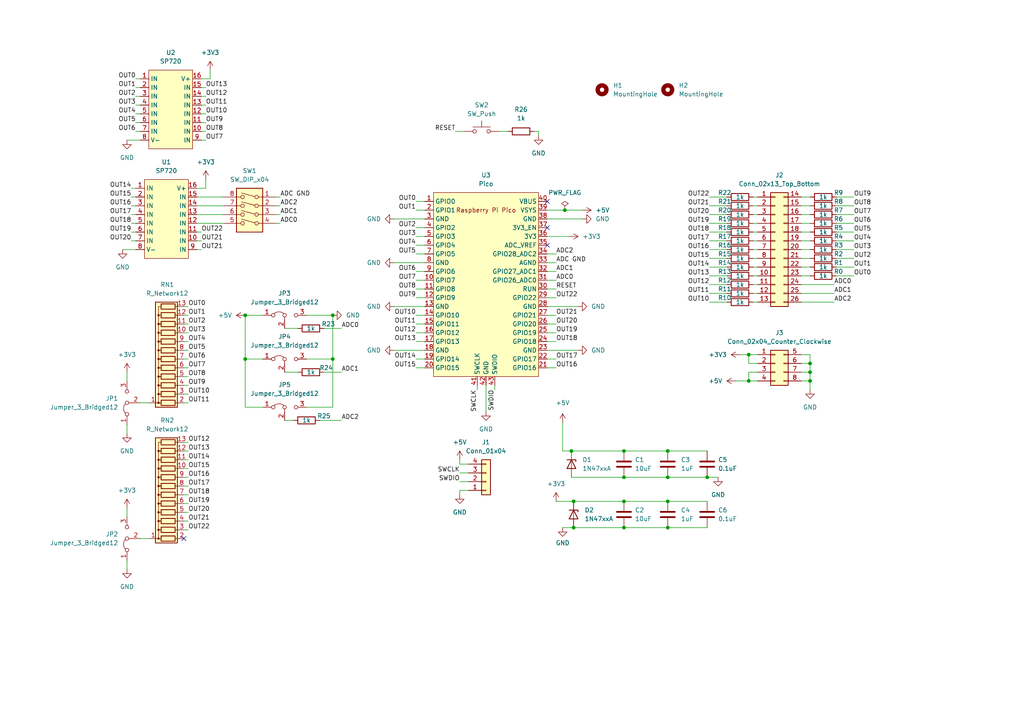
<source format=kicad_sch>
(kicad_sch (version 20211123) (generator eeschema)
  (paper "A4")
  (lib_symbols
    (symbol "Connector_Generic:Conn_01x04" (pin_names (offset 1.016) hide)
      (property "Reference" "J" (at 0 5.08 0))
      (property "Value" "Conn_01x04" (at 0 -7.62 0))
      (symbol "Conn_01x04_1_1"
        (pin passive line (at -5.08 2.54 0) (length 3.81) (name "Pin_1") (number "1"))
        (pin passive line (at -5.08 0 0) (length 3.81) (name "Pin_2") (number "2"))
        (pin passive line (at -5.08 -2.54 0) (length 3.81) (name "Pin_3") (number "3"))
        (pin passive line (at -5.08 -5.08 0) (length 3.81) (name "Pin_4") (number "4"))
      )
    )
    (symbol "Connector_Generic:Conn_02x04_Top_Bottom" (pin_names (offset 1.016) hide)
      (property "Reference" "J" (at 1.27 5.08 0))
      (property "Value" "Conn_02x04_Top_Bottom" (at 1.27 -7.62 0))
      (symbol "Conn_02x04_Top_Bottom_1_1"
        (pin passive line (at -5.08 2.54 0) (length 3.81) (name "Pin_1") (number "1"))
        (pin passive line (at -5.08 0 0) (length 3.81) (name "Pin_2") (number "2"))
        (pin passive line (at -5.08 -2.54 0) (length 3.81) (name "Pin_3") (number "3"))
        (pin passive line (at -5.08 -5.08 0) (length 3.81) (name "Pin_4") (number "4"))
        (pin passive line (at 7.62 2.54 180) (length 3.81) (name "Pin_5") (number "5"))
        (pin passive line (at 7.62 0 180) (length 3.81) (name "Pin_6") (number "6"))
        (pin passive line (at 7.62 -2.54 180) (length 3.81) (name "Pin_7") (number "7"))
        (pin passive line (at 7.62 -5.08 180) (length 3.81) (name "Pin_8") (number "8"))
      )
    )
    (symbol "Connector_Generic:Conn_02x13_Top_Bottom" (pin_names (offset 1.016) hide)
      (property "Reference" "J" (at 1.27 17.78 0))
      (property "Value" "Conn_02x13_Top_Bottom" (at 1.27 -17.78 0))
      (symbol "Conn_02x13_Top_Bottom_1_1"
        (pin passive line (at -5.08 15.24 0) (length 3.81) (name "Pin_1") (number "1"))
        (pin passive line (at -5.08 -7.62 0) (length 3.81) (name "Pin_10") (number "10"))
        (pin passive line (at -5.08 -10.16 0) (length 3.81) (name "Pin_11") (number "11"))
        (pin passive line (at -5.08 -12.7 0) (length 3.81) (name "Pin_12") (number "12"))
        (pin passive line (at -5.08 -15.24 0) (length 3.81) (name "Pin_13") (number "13"))
        (pin passive line (at 7.62 15.24 180) (length 3.81) (name "Pin_14") (number "14"))
        (pin passive line (at 7.62 12.7 180) (length 3.81) (name "Pin_15") (number "15"))
        (pin passive line (at 7.62 10.16 180) (length 3.81) (name "Pin_16") (number "16"))
        (pin passive line (at 7.62 7.62 180) (length 3.81) (name "Pin_17") (number "17"))
        (pin passive line (at 7.62 5.08 180) (length 3.81) (name "Pin_18") (number "18"))
        (pin passive line (at 7.62 2.54 180) (length 3.81) (name "Pin_19") (number "19"))
        (pin passive line (at -5.08 12.7 0) (length 3.81) (name "Pin_2") (number "2"))
        (pin passive line (at 7.62 0 180) (length 3.81) (name "Pin_20") (number "20"))
        (pin passive line (at 7.62 -2.54 180) (length 3.81) (name "Pin_21") (number "21"))
        (pin passive line (at 7.62 -5.08 180) (length 3.81) (name "Pin_22") (number "22"))
        (pin passive line (at 7.62 -7.62 180) (length 3.81) (name "Pin_23") (number "23"))
        (pin passive line (at 7.62 -10.16 180) (length 3.81) (name "Pin_24") (number "24"))
        (pin passive line (at 7.62 -12.7 180) (length 3.81) (name "Pin_25") (number "25"))
        (pin passive line (at 7.62 -15.24 180) (length 3.81) (name "Pin_26") (number "26"))
        (pin passive line (at -5.08 10.16 0) (length 3.81) (name "Pin_3") (number "3"))
        (pin passive line (at -5.08 7.62 0) (length 3.81) (name "Pin_4") (number "4"))
        (pin passive line (at -5.08 5.08 0) (length 3.81) (name "Pin_5") (number "5"))
        (pin passive line (at -5.08 2.54 0) (length 3.81) (name "Pin_6") (number "6"))
        (pin passive line (at -5.08 0 0) (length 3.81) (name "Pin_7") (number "7"))
        (pin passive line (at -5.08 -2.54 0) (length 3.81) (name "Pin_8") (number "8"))
        (pin passive line (at -5.08 -5.08 0) (length 3.81) (name "Pin_9") (number "9"))
      )
    )
    (symbol "Device:C" (pin_numbers hide) (pin_names (offset 0.254))
      (property "Reference" "C" (at 0.635 2.54 0))
      (property "Value" "C" (at 0.635 -2.54 0))
      (symbol "C_1_1"
        (pin passive line (at 0 3.81 270) (length 2.794) (name "~") (number "1"))
        (pin passive line (at 0 -3.81 90) (length 2.794) (name "~") (number "2"))
      )
    )
    (symbol "Device:R" (pin_numbers hide) (pin_names (offset 0))
      (property "Reference" "R" (at 2.032 0 90))
      (property "Value" "R" (at 0 0 90))
      (symbol "R_1_1"
        (pin passive line (at 0 3.81 270) (length 1.27) (name "~") (number "1"))
        (pin passive line (at 0 -3.81 90) (length 1.27) (name "~") (number "2"))
      )
    )
    (symbol "Device:R_Network12" (pin_names (offset 0) hide)
      (property "Reference" "RN" (at -17.78 0 90))
      (property "Value" "R_Network12" (at 15.24 0 90))
      (symbol "R_Network12_1_1"
        (pin passive line (at -15.24 5.08 270) (length 2.54) (name "common") (number "1"))
        (pin passive line (at 5.08 -5.08 90) (length 1.27) (name "R9") (number "10"))
        (pin passive line (at 7.62 -5.08 90) (length 1.27) (name "R10") (number "11"))
        (pin passive line (at 10.16 -5.08 90) (length 1.27) (name "R11") (number "12"))
        (pin passive line (at 12.7 -5.08 90) (length 1.27) (name "R12") (number "13"))
        (pin passive line (at -15.24 -5.08 90) (length 1.27) (name "R1") (number "2"))
        (pin passive line (at -12.7 -5.08 90) (length 1.27) (name "R2") (number "3"))
        (pin passive line (at -10.16 -5.08 90) (length 1.27) (name "R3") (number "4"))
        (pin passive line (at -7.62 -5.08 90) (length 1.27) (name "R4") (number "5"))
        (pin passive line (at -5.08 -5.08 90) (length 1.27) (name "R5") (number "6"))
        (pin passive line (at -2.54 -5.08 90) (length 1.27) (name "R6") (number "7"))
        (pin passive line (at 0 -5.08 90) (length 1.27) (name "R7") (number "8"))
        (pin passive line (at 2.54 -5.08 90) (length 1.27) (name "R8") (number "9"))
      )
    )
    (symbol "Diode:1N47xxA" (pin_numbers hide) (pin_names hide)
      (property "Reference" "D" (at 0 2.54 0))
      (property "Value" "1N47xxA" (at 0 -2.54 0))
      (symbol "1N47xxA_1_1"
        (pin passive line (at -3.81 0 0) (length 2.54) (name "K") (number "1"))
        (pin passive line (at 3.81 0 180) (length 2.54) (name "A") (number "2"))
      )
    )
    (symbol "Jumper:Jumper_3_Bridged12" (pin_names (offset 0) hide)
      (property "Reference" "JP" (at -2.54 -2.54 0))
      (property "Value" "Jumper_3_Bridged12" (at 0 2.794 0))
      (symbol "Jumper_3_Bridged12_1_1"
        (pin passive line (at -6.35 0 0) (length 2.54) (name "A") (number "1"))
        (pin passive line (at 0 -3.81 90) (length 2.54) (name "C") (number "2"))
        (pin passive line (at 6.35 0 180) (length 2.54) (name "B") (number "3"))
      )
    )
    (symbol "MCU_RaspberryPi_and_Boards:Pico"
      (property "Reference" "U" (at -13.97 27.94 0))
      (property "Value" "Pico" (at 0 19.05 0))
      (symbol "Pico_0_0"
        (text "Raspberry Pi Pico" (at 0 21.59 0) (effects (font (size 1.27 1.27))))
      )
      (symbol "Pico_1_1"
        (pin bidirectional line (at -17.78 24.13 0) (length 2.54) (name "GPIO0") (number "1"))
        (pin bidirectional line (at -17.78 1.27 0) (length 2.54) (name "GPIO7") (number "10"))
        (pin bidirectional line (at -17.78 -1.27 0) (length 2.54) (name "GPIO8") (number "11"))
        (pin bidirectional line (at -17.78 -3.81 0) (length 2.54) (name "GPIO9") (number "12"))
        (pin power_in line (at -17.78 -6.35 0) (length 2.54) (name "GND") (number "13"))
        (pin bidirectional line (at -17.78 -8.89 0) (length 2.54) (name "GPIO10") (number "14"))
        (pin bidirectional line (at -17.78 -11.43 0) (length 2.54) (name "GPIO11") (number "15"))
        (pin bidirectional line (at -17.78 -13.97 0) (length 2.54) (name "GPIO12") (number "16"))
        (pin bidirectional line (at -17.78 -16.51 0) (length 2.54) (name "GPIO13") (number "17"))
        (pin power_in line (at -17.78 -19.05 0) (length 2.54) (name "GND") (number "18"))
        (pin bidirectional line (at -17.78 -21.59 0) (length 2.54) (name "GPIO14") (number "19"))
        (pin bidirectional line (at -17.78 21.59 0) (length 2.54) (name "GPIO1") (number "2"))
        (pin bidirectional line (at -17.78 -24.13 0) (length 2.54) (name "GPIO15") (number "20"))
        (pin bidirectional line (at 17.78 -24.13 180) (length 2.54) (name "GPIO16") (number "21"))
        (pin bidirectional line (at 17.78 -21.59 180) (length 2.54) (name "GPIO17") (number "22"))
        (pin power_in line (at 17.78 -19.05 180) (length 2.54) (name "GND") (number "23"))
        (pin bidirectional line (at 17.78 -16.51 180) (length 2.54) (name "GPIO18") (number "24"))
        (pin bidirectional line (at 17.78 -13.97 180) (length 2.54) (name "GPIO19") (number "25"))
        (pin bidirectional line (at 17.78 -11.43 180) (length 2.54) (name "GPIO20") (number "26"))
        (pin bidirectional line (at 17.78 -8.89 180) (length 2.54) (name "GPIO21") (number "27"))
        (pin power_in line (at 17.78 -6.35 180) (length 2.54) (name "GND") (number "28"))
        (pin bidirectional line (at 17.78 -3.81 180) (length 2.54) (name "GPIO22") (number "29"))
        (pin power_in line (at -17.78 19.05 0) (length 2.54) (name "GND") (number "3"))
        (pin input line (at 17.78 -1.27 180) (length 2.54) (name "RUN") (number "30"))
        (pin bidirectional line (at 17.78 1.27 180) (length 2.54) (name "GPIO26_ADC0") (number "31"))
        (pin bidirectional line (at 17.78 3.81 180) (length 2.54) (name "GPIO27_ADC1") (number "32"))
        (pin power_in line (at 17.78 6.35 180) (length 2.54) (name "AGND") (number "33"))
        (pin bidirectional line (at 17.78 8.89 180) (length 2.54) (name "GPIO28_ADC2") (number "34"))
        (pin power_in line (at 17.78 11.43 180) (length 2.54) (name "ADC_VREF") (number "35"))
        (pin power_in line (at 17.78 13.97 180) (length 2.54) (name "3V3") (number "36"))
        (pin input line (at 17.78 16.51 180) (length 2.54) (name "3V3_EN") (number "37"))
        (pin bidirectional line (at 17.78 19.05 180) (length 2.54) (name "GND") (number "38"))
        (pin power_in line (at 17.78 21.59 180) (length 2.54) (name "VSYS") (number "39"))
        (pin bidirectional line (at -17.78 16.51 0) (length 2.54) (name "GPIO2") (number "4"))
        (pin power_in line (at 17.78 24.13 180) (length 2.54) (name "VBUS") (number "40"))
        (pin input line (at -2.54 -29.21 90) (length 2.54) (name "SWCLK") (number "41"))
        (pin power_in line (at 0 -29.21 90) (length 2.54) (name "GND") (number "42"))
        (pin bidirectional line (at 2.54 -29.21 90) (length 2.54) (name "SWDIO") (number "43"))
        (pin bidirectional line (at -17.78 13.97 0) (length 2.54) (name "GPIO3") (number "5"))
        (pin bidirectional line (at -17.78 11.43 0) (length 2.54) (name "GPIO4") (number "6"))
        (pin bidirectional line (at -17.78 8.89 0) (length 2.54) (name "GPIO5") (number "7"))
        (pin power_in line (at -17.78 6.35 0) (length 2.54) (name "GND") (number "8"))
        (pin bidirectional line (at -17.78 3.81 0) (length 2.54) (name "GPIO6") (number "9"))
      )
    )
    (symbol "Mechanical:MountingHole" (pin_names (offset 1.016))
      (property "Reference" "H" (at 0 5.08 0))
      (property "Value" "MountingHole" (at 0 3.175 0))
    )
    (symbol "SP720:SP720"
      (property "Reference" "U" (at 0 8.89 0))
      (property "Value" "SP720" (at 0 6.35 0))
      (symbol "SP720_1_1"
        (pin input line (at -8.89 -1.27 0) (length 2.54) (name "IN") (number "1"))
        (pin input line (at 8.89 -16.51 180) (length 2.54) (name "IN") (number "10"))
        (pin input line (at 8.89 -13.97 180) (length 2.54) (name "IN") (number "11"))
        (pin input line (at 8.89 -11.43 180) (length 2.54) (name "IN") (number "12"))
        (pin input line (at 8.89 -8.89 180) (length 2.54) (name "IN") (number "13"))
        (pin input line (at 8.89 -6.35 180) (length 2.54) (name "IN") (number "14"))
        (pin input line (at 8.89 -3.81 180) (length 2.54) (name "IN") (number "15"))
        (pin power_in line (at 8.89 -1.27 180) (length 2.54) (name "V+") (number "16"))
        (pin input line (at -8.89 -3.81 0) (length 2.54) (name "IN") (number "2"))
        (pin input line (at -8.89 -6.35 0) (length 2.54) (name "IN") (number "3"))
        (pin input line (at -8.89 -8.89 0) (length 2.54) (name "IN") (number "4"))
        (pin input line (at -8.89 -11.43 0) (length 2.54) (name "IN") (number "5"))
        (pin input line (at -8.89 -13.97 0) (length 2.54) (name "IN") (number "6"))
        (pin input line (at -8.89 -16.51 0) (length 2.54) (name "IN") (number "7"))
        (pin power_in line (at -8.89 -19.05 0) (length 2.54) (name "V-") (number "8"))
        (pin input line (at 8.89 -19.05 180) (length 2.54) (name "IN") (number "9"))
      )
    )
    (symbol "Switch:SW_DIP_x04" (pin_names (offset 0) hide)
      (property "Reference" "SW" (at 0 8.89 0))
      (property "Value" "SW_DIP_x04" (at 0 -6.35 0))
      (symbol "SW_DIP_x04_1_1"
        (pin passive line (at -7.62 5.08 0) (length 5.08) (name "~") (number "1"))
        (pin passive line (at -7.62 2.54 0) (length 5.08) (name "~") (number "2"))
        (pin passive line (at -7.62 0 0) (length 5.08) (name "~") (number "3"))
        (pin passive line (at -7.62 -2.54 0) (length 5.08) (name "~") (number "4"))
        (pin passive line (at 7.62 -2.54 180) (length 5.08) (name "~") (number "5"))
        (pin passive line (at 7.62 0 180) (length 5.08) (name "~") (number "6"))
        (pin passive line (at 7.62 2.54 180) (length 5.08) (name "~") (number "7"))
        (pin passive line (at 7.62 5.08 180) (length 5.08) (name "~") (number "8"))
      )
    )
    (symbol "Switch:SW_Push" (pin_numbers hide) (pin_names (offset 1.016) hide)
      (property "Reference" "SW" (at 1.27 2.54 0))
      (property "Value" "SW_Push" (at 0 -1.524 0))
      (symbol "SW_Push_0_1"
        (pin passive line (at -5.08 0 0) (length 2.54) (name "1") (number "1"))
        (pin passive line (at 5.08 0 180) (length 2.54) (name "2") (number "2"))
      )
    )
    (symbol "power:+3.3V" (power) (pin_names (offset 0))
      (property "Value" "+3.3V" (at 0 3.556 0))
      (symbol "+3.3V_1_1"
        (pin power_in line (at 0 0 90) (length 0) hide (name "+3V3") (number "1"))
      )
    )
    (symbol "power:+5V" (power) (pin_names (offset 0))
      (property "Value" "+5V" (at 0 3.556 0))
      (symbol "+5V_1_1"
        (pin power_in line (at 0 0 90) (length 0) hide (name "+5V") (number "1"))
      )
    )
    (symbol "power:GND" (power) (pin_names (offset 0))
      (property "Value" "GND" (at 0 -3.81 0))
      (symbol "GND_1_1"
        (pin power_in line (at 0 0 270) (length 0) hide (name "GND") (number "1"))
      )
    )
    (symbol "power:PWR_FLAG" (power) (pin_numbers hide) (pin_names (offset 0) hide)
      (property "Value" "PWR_FLAG" (at 0 3.81 0))
      (symbol "PWR_FLAG_0_0"
        (pin power_out line (at 0 0 90) (length 0) (name "pwr") (number "1"))
      )
    )
  )
  (junction (at 193.675 153.035))
  (junction (at 180.975 138.43))
  (junction (at 234.95 105.41))
  (junction (at 165.735 130.81))
  (junction (at 205.105 138.43))
  (junction (at 180.975 153.035))
  (junction (at 166.37 145.415))
  (junction (at 166.37 153.035))
  (junction (at 193.675 138.43))
  (junction (at 96.52 91.44))
  (junction (at 234.95 110.49))
  (junction (at 180.975 130.81))
  (junction (at 71.12 91.44))
  (junction (at 217.17 110.49))
  (junction (at 96.52 104.14))
  (junction (at 180.975 145.415))
  (junction (at 193.675 145.415))
  (junction (at 234.95 107.95))
  (junction (at 71.12 104.14))
  (junction (at 163.83 60.96))
  (junction (at 217.17 102.87))
  (junction (at 193.675 130.81))
  (no_connect (at 158.75 58.42))
  (no_connect (at 53.34 156.21))
  (no_connect (at 158.75 71.12))
  (no_connect (at 158.75 66.04))
  (wire (pts (xy 219.71 107.95) (xy 217.17 107.95)))
  (wire (pts (xy 232.41 82.55) (xy 241.935 82.55)))
  (wire (pts (xy 219.71 105.41) (xy 217.17 105.41)))
  (wire (pts (xy 53.34 135.89) (xy 54.61 135.89)))
  (wire (pts (xy 120.65 81.28) (xy 123.19 81.28)))
  (wire (pts (xy 205.74 80.01) (xy 210.82 80.01)))
  (wire (pts (xy 38.1 64.77) (xy 39.37 64.77)))
  (wire (pts (xy 93.98 107.95) (xy 99.06 107.95)))
  (wire (pts (xy 57.15 62.23) (xy 64.77 62.23)))
  (wire (pts (xy 242.57 74.93) (xy 247.65 74.93)))
  (wire (pts (xy 218.44 72.39) (xy 219.71 72.39)))
  (wire (pts (xy 120.65 58.42) (xy 123.19 58.42)))
  (wire (pts (xy 120.65 78.74) (xy 123.19 78.74)))
  (wire (pts (xy 218.44 57.15) (xy 219.71 57.15)))
  (wire (pts (xy 163.195 122.555) (xy 163.195 130.81)))
  (wire (pts (xy 232.41 62.23) (xy 234.95 62.23)))
  (wire (pts (xy 232.41 102.87) (xy 234.95 102.87)))
  (wire (pts (xy 232.41 57.15) (xy 234.95 57.15)))
  (wire (pts (xy 82.55 121.92) (xy 85.09 121.92)))
  (wire (pts (xy 158.75 93.98) (xy 161.29 93.98)))
  (wire (pts (xy 158.75 63.5) (xy 168.91 63.5)))
  (wire (pts (xy 218.44 87.63) (xy 219.71 87.63)))
  (wire (pts (xy 53.34 111.76) (xy 54.61 111.76)))
  (wire (pts (xy 80.01 64.77) (xy 81.28 64.77)))
  (wire (pts (xy 217.17 110.49) (xy 219.71 110.49)))
  (wire (pts (xy 58.42 30.48) (xy 59.69 30.48)))
  (wire (pts (xy 58.42 40.64) (xy 59.69 40.64)))
  (wire (pts (xy 154.94 38.1) (xy 156.21 38.1)))
  (wire (pts (xy 120.65 91.44) (xy 123.19 91.44)))
  (wire (pts (xy 53.34 140.97) (xy 54.61 140.97)))
  (wire (pts (xy 242.57 69.85) (xy 247.65 69.85)))
  (wire (pts (xy 143.51 111.76) (xy 143.51 113.03)))
  (wire (pts (xy 158.75 83.82) (xy 161.29 83.82)))
  (wire (pts (xy 180.975 130.81) (xy 165.735 130.81)))
  (wire (pts (xy 232.41 59.69) (xy 234.95 59.69)))
  (wire (pts (xy 158.75 104.14) (xy 161.29 104.14)))
  (wire (pts (xy 39.37 38.1) (xy 40.64 38.1)))
  (wire (pts (xy 53.34 153.67) (xy 54.61 153.67)))
  (wire (pts (xy 53.34 106.68) (xy 54.61 106.68)))
  (wire (pts (xy 132.08 38.1) (xy 134.62 38.1)))
  (wire (pts (xy 205.74 74.93) (xy 210.82 74.93)))
  (wire (pts (xy 205.74 77.47) (xy 210.82 77.47)))
  (wire (pts (xy 36.83 107.95) (xy 36.83 110.49)))
  (wire (pts (xy 53.34 128.27) (xy 54.61 128.27)))
  (wire (pts (xy 114.3 101.6) (xy 123.19 101.6)))
  (wire (pts (xy 53.34 96.52) (xy 54.61 96.52)))
  (wire (pts (xy 217.17 107.95) (xy 217.17 110.49)))
  (wire (pts (xy 39.37 35.56) (xy 40.64 35.56)))
  (wire (pts (xy 133.35 142.24) (xy 135.89 142.24)))
  (wire (pts (xy 38.1 54.61) (xy 39.37 54.61)))
  (wire (pts (xy 114.3 76.2) (xy 123.19 76.2)))
  (wire (pts (xy 114.3 88.9) (xy 123.19 88.9)))
  (wire (pts (xy 36.83 162.56) (xy 36.83 165.1)))
  (wire (pts (xy 218.44 74.93) (xy 219.71 74.93)))
  (wire (pts (xy 57.15 72.39) (xy 58.42 72.39)))
  (wire (pts (xy 218.44 77.47) (xy 219.71 77.47)))
  (wire (pts (xy 242.57 80.01) (xy 247.65 80.01)))
  (wire (pts (xy 205.74 69.85) (xy 210.82 69.85)))
  (wire (pts (xy 38.1 57.15) (xy 39.37 57.15)))
  (wire (pts (xy 144.78 38.1) (xy 147.32 38.1)))
  (wire (pts (xy 135.89 134.62) (xy 133.35 134.62)))
  (wire (pts (xy 161.29 145.415) (xy 166.37 145.415)))
  (wire (pts (xy 58.42 35.56) (xy 59.69 35.56)))
  (wire (pts (xy 193.675 153.035) (xy 205.105 153.035)))
  (wire (pts (xy 163.195 153.035) (xy 166.37 153.035)))
  (wire (pts (xy 156.21 38.1) (xy 156.21 39.37)))
  (wire (pts (xy 53.34 148.59) (xy 54.61 148.59)))
  (wire (pts (xy 53.34 109.22) (xy 54.61 109.22)))
  (wire (pts (xy 40.64 156.21) (xy 43.18 156.21)))
  (wire (pts (xy 58.42 25.4) (xy 59.69 25.4)))
  (wire (pts (xy 57.15 59.69) (xy 64.77 59.69)))
  (wire (pts (xy 180.975 138.43) (xy 193.675 138.43)))
  (wire (pts (xy 96.52 91.44) (xy 96.52 104.14)))
  (wire (pts (xy 242.57 77.47) (xy 247.65 77.47)))
  (wire (pts (xy 71.12 118.11) (xy 76.2 118.11)))
  (wire (pts (xy 120.65 106.68) (xy 123.19 106.68)))
  (wire (pts (xy 232.41 64.77) (xy 234.95 64.77)))
  (wire (pts (xy 247.65 62.23) (xy 242.57 62.23)))
  (wire (pts (xy 218.44 67.31) (xy 219.71 67.31)))
  (wire (pts (xy 158.75 60.96) (xy 163.83 60.96)))
  (wire (pts (xy 120.65 60.96) (xy 123.19 60.96)))
  (wire (pts (xy 205.105 130.81) (xy 193.675 130.81)))
  (wire (pts (xy 39.37 25.4) (xy 40.64 25.4)))
  (wire (pts (xy 80.01 57.15) (xy 81.28 57.15)))
  (wire (pts (xy 38.1 69.85) (xy 39.37 69.85)))
  (wire (pts (xy 247.65 57.15) (xy 242.57 57.15)))
  (wire (pts (xy 247.65 59.69) (xy 242.57 59.69)))
  (wire (pts (xy 53.34 114.3) (xy 54.61 114.3)))
  (wire (pts (xy 38.1 62.23) (xy 39.37 62.23)))
  (wire (pts (xy 218.44 80.01) (xy 219.71 80.01)))
  (wire (pts (xy 88.9 104.14) (xy 96.52 104.14)))
  (wire (pts (xy 88.9 91.44) (xy 96.52 91.44)))
  (wire (pts (xy 120.65 71.12) (xy 123.19 71.12)))
  (wire (pts (xy 234.95 102.87) (xy 234.95 105.41)))
  (wire (pts (xy 158.75 106.68) (xy 161.29 106.68)))
  (wire (pts (xy 93.98 95.25) (xy 99.06 95.25)))
  (wire (pts (xy 205.74 72.39) (xy 210.82 72.39)))
  (wire (pts (xy 140.97 111.76) (xy 140.97 119.38)))
  (wire (pts (xy 193.675 130.81) (xy 180.975 130.81)))
  (wire (pts (xy 158.75 91.44) (xy 161.29 91.44)))
  (wire (pts (xy 234.95 105.41) (xy 234.95 107.95)))
  (wire (pts (xy 96.52 104.14) (xy 96.52 118.11)))
  (wire (pts (xy 158.75 78.74) (xy 161.29 78.74)))
  (wire (pts (xy 205.105 138.43) (xy 208.28 138.43)))
  (wire (pts (xy 205.74 67.31) (xy 210.82 67.31)))
  (wire (pts (xy 232.41 85.09) (xy 241.935 85.09)))
  (wire (pts (xy 57.15 69.85) (xy 58.42 69.85)))
  (wire (pts (xy 213.36 110.49) (xy 217.17 110.49)))
  (wire (pts (xy 232.41 107.95) (xy 234.95 107.95)))
  (wire (pts (xy 193.675 138.43) (xy 205.105 138.43)))
  (wire (pts (xy 232.41 74.93) (xy 234.95 74.93)))
  (wire (pts (xy 120.65 83.82) (xy 123.19 83.82)))
  (wire (pts (xy 217.17 102.87) (xy 219.71 102.87)))
  (wire (pts (xy 38.1 59.69) (xy 39.37 59.69)))
  (wire (pts (xy 218.44 59.69) (xy 219.71 59.69)))
  (wire (pts (xy 214.63 102.87) (xy 217.17 102.87)))
  (wire (pts (xy 39.37 33.02) (xy 40.64 33.02)))
  (wire (pts (xy 180.975 145.415) (xy 193.675 145.415)))
  (wire (pts (xy 120.65 73.66) (xy 123.19 73.66)))
  (wire (pts (xy 120.65 68.58) (xy 123.19 68.58)))
  (wire (pts (xy 53.34 138.43) (xy 54.61 138.43)))
  (wire (pts (xy 205.74 87.63) (xy 210.82 87.63)))
  (wire (pts (xy 158.75 81.28) (xy 161.29 81.28)))
  (wire (pts (xy 57.15 54.61) (xy 59.69 54.61)))
  (wire (pts (xy 232.41 77.47) (xy 234.95 77.47)))
  (wire (pts (xy 247.65 67.31) (xy 242.57 67.31)))
  (wire (pts (xy 71.12 91.44) (xy 71.12 104.14)))
  (wire (pts (xy 36.83 40.64) (xy 40.64 40.64)))
  (wire (pts (xy 218.44 85.09) (xy 219.71 85.09)))
  (wire (pts (xy 53.34 99.06) (xy 54.61 99.06)))
  (wire (pts (xy 82.55 107.95) (xy 86.36 107.95)))
  (wire (pts (xy 218.44 82.55) (xy 219.71 82.55)))
  (wire (pts (xy 80.01 62.23) (xy 81.28 62.23)))
  (wire (pts (xy 158.75 101.6) (xy 167.64 101.6)))
  (wire (pts (xy 114.3 63.5) (xy 123.19 63.5)))
  (wire (pts (xy 158.75 68.58) (xy 165.1 68.58)))
  (wire (pts (xy 242.57 72.39) (xy 247.65 72.39)))
  (wire (pts (xy 120.65 99.06) (xy 123.19 99.06)))
  (wire (pts (xy 205.74 64.77) (xy 210.82 64.77)))
  (wire (pts (xy 133.35 134.62) (xy 133.35 133.35)))
  (wire (pts (xy 36.83 123.19) (xy 36.83 125.73)))
  (wire (pts (xy 205.74 57.15) (xy 210.82 57.15)))
  (wire (pts (xy 158.75 86.36) (xy 161.29 86.36)))
  (wire (pts (xy 166.37 153.035) (xy 180.975 153.035)))
  (wire (pts (xy 166.37 145.415) (xy 180.975 145.415)))
  (wire (pts (xy 120.65 104.14) (xy 123.19 104.14)))
  (wire (pts (xy 120.65 96.52) (xy 123.19 96.52)))
  (wire (pts (xy 38.1 67.31) (xy 39.37 67.31)))
  (wire (pts (xy 180.975 153.035) (xy 193.675 153.035)))
  (wire (pts (xy 57.15 64.77) (xy 64.77 64.77)))
  (wire (pts (xy 232.41 110.49) (xy 234.95 110.49)))
  (wire (pts (xy 92.71 121.92) (xy 99.06 121.92)))
  (wire (pts (xy 193.675 145.415) (xy 205.105 145.415)))
  (wire (pts (xy 120.65 86.36) (xy 123.19 86.36)))
  (wire (pts (xy 58.42 27.94) (xy 59.69 27.94)))
  (wire (pts (xy 234.95 110.49) (xy 234.95 113.03)))
  (wire (pts (xy 232.41 80.01) (xy 234.95 80.01)))
  (wire (pts (xy 53.34 130.81) (xy 54.61 130.81)))
  (wire (pts (xy 158.75 73.66) (xy 161.29 73.66)))
  (wire (pts (xy 120.65 93.98) (xy 123.19 93.98)))
  (wire (pts (xy 133.35 137.16) (xy 135.89 137.16)))
  (wire (pts (xy 218.44 64.77) (xy 219.71 64.77)))
  (wire (pts (xy 138.43 111.76) (xy 138.43 113.03)))
  (wire (pts (xy 218.44 62.23) (xy 219.71 62.23)))
  (wire (pts (xy 39.37 22.86) (xy 40.64 22.86)))
  (wire (pts (xy 232.41 72.39) (xy 234.95 72.39)))
  (wire (pts (xy 53.34 93.98) (xy 54.61 93.98)))
  (wire (pts (xy 82.55 95.25) (xy 86.36 95.25)))
  (wire (pts (xy 247.65 64.77) (xy 242.57 64.77)))
  (wire (pts (xy 163.195 130.81) (xy 165.735 130.81)))
  (wire (pts (xy 120.65 66.04) (xy 123.19 66.04)))
  (wire (pts (xy 88.9 118.11) (xy 96.52 118.11)))
  (wire (pts (xy 35.56 72.39) (xy 39.37 72.39)))
  (wire (pts (xy 58.42 33.02) (xy 59.69 33.02)))
  (wire (pts (xy 205.74 82.55) (xy 210.82 82.55)))
  (wire (pts (xy 59.69 54.61) (xy 59.69 52.07)))
  (wire (pts (xy 165.735 138.43) (xy 180.975 138.43)))
  (wire (pts (xy 232.41 69.85) (xy 234.95 69.85)))
  (wire (pts (xy 158.75 99.06) (xy 161.29 99.06)))
  (wire (pts (xy 218.44 69.85) (xy 219.71 69.85)))
  (wire (pts (xy 39.37 30.48) (xy 40.64 30.48)))
  (wire (pts (xy 71.12 104.14) (xy 71.12 118.11)))
  (wire (pts (xy 217.17 105.41) (xy 217.17 102.87)))
  (wire (pts (xy 53.34 151.13) (xy 54.61 151.13)))
  (wire (pts (xy 232.41 87.63) (xy 241.935 87.63)))
  (wire (pts (xy 234.95 107.95) (xy 234.95 110.49)))
  (wire (pts (xy 53.34 146.05) (xy 54.61 146.05)))
  (wire (pts (xy 232.41 105.41) (xy 234.95 105.41)))
  (wire (pts (xy 58.42 22.86) (xy 60.96 22.86)))
  (wire (pts (xy 133.35 142.24) (xy 133.35 143.51)))
  (wire (pts (xy 158.75 96.52) (xy 161.29 96.52)))
  (wire (pts (xy 53.34 116.84) (xy 54.61 116.84)))
  (wire (pts (xy 58.42 38.1) (xy 59.69 38.1)))
  (wire (pts (xy 53.34 91.44) (xy 54.61 91.44)))
  (wire (pts (xy 53.34 133.35) (xy 54.61 133.35)))
  (wire (pts (xy 158.75 76.2) (xy 161.29 76.2)))
  (wire (pts (xy 39.37 27.94) (xy 40.64 27.94)))
  (wire (pts (xy 133.35 139.7) (xy 135.89 139.7)))
  (wire (pts (xy 53.34 88.9) (xy 54.61 88.9)))
  (wire (pts (xy 53.34 101.6) (xy 54.61 101.6)))
  (wire (pts (xy 57.15 57.15) (xy 64.77 57.15)))
  (wire (pts (xy 53.34 104.14) (xy 54.61 104.14)))
  (wire (pts (xy 71.12 104.14) (xy 76.2 104.14)))
  (wire (pts (xy 163.83 60.96) (xy 168.91 60.96)))
  (wire (pts (xy 232.41 67.31) (xy 234.95 67.31)))
  (wire (pts (xy 36.83 147.32) (xy 36.83 149.86)))
  (wire (pts (xy 71.12 91.44) (xy 76.2 91.44)))
  (wire (pts (xy 40.64 116.84) (xy 43.18 116.84)))
  (wire (pts (xy 53.34 143.51) (xy 54.61 143.51)))
  (wire (pts (xy 205.74 59.69) (xy 210.82 59.69)))
  (wire (pts (xy 80.01 59.69) (xy 81.28 59.69)))
  (wire (pts (xy 60.96 22.86) (xy 60.96 20.32)))
  (wire (pts (xy 205.74 62.23) (xy 210.82 62.23)))
  (wire (pts (xy 57.15 67.31) (xy 58.42 67.31)))
  (wire (pts (xy 205.74 85.09) (xy 210.82 85.09)))
  (wire (pts (xy 158.75 88.9) (xy 167.64 88.9)))
  (label "OUT13" (at 59.69 25.4 0))
  (label "OUT16" (at 38.1 59.69 180))
  (label "OUT0" (at 54.61 88.9 0))
  (label "OUT12" (at 54.61 128.27 0))
  (label "ADC1" (at 99.06 107.95 0))
  (label "SWDIO" (at 133.35 139.7 180))
  (label "OUT8" (at 59.69 38.1 0))
  (label "OUT6" (at 54.61 104.14 0))
  (label "OUT11" (at 54.61 116.84 0))
  (label "OUT18" (at 54.61 143.51 0))
  (label "OUT22" (at 205.74 57.15 180))
  (label "OUT19" (at 54.61 146.05 0))
  (label "ADC1" (at 81.28 62.23 0))
  (label "SWCLK" (at 138.43 113.03 270))
  (label "OUT19" (at 161.29 96.52 0))
  (label "OUT12" (at 59.69 27.94 0))
  (label "OUT2" (at 54.61 93.98 0))
  (label "OUT4" (at 247.65 69.85 0))
  (label "OUT4" (at 39.37 33.02 180))
  (label "OUT9" (at 59.69 35.56 0))
  (label "OUT15" (at 54.61 135.89 0))
  (label "OUT2" (at 39.37 27.94 180))
  (label "ADC1" (at 161.29 78.74 0))
  (label "SWCLK" (at 133.35 137.16 180))
  (label "OUT3" (at 120.65 68.58 180))
  (label "OUT21" (at 58.42 72.39 0))
  (label "OUT17" (at 161.29 104.14 0))
  (label "OUT9" (at 54.61 111.76 0))
  (label "OUT13" (at 120.65 99.06 180))
  (label "OUT17" (at 38.1 62.23 180))
  (label "OUT12" (at 205.74 82.55 180))
  (label "OUT13" (at 205.74 80.01 180))
  (label "OUT14" (at 38.1 54.61 180))
  (label "OUT1" (at 54.61 91.44 0))
  (label "OUT5" (at 39.37 35.56 180))
  (label "OUT17" (at 205.74 69.85 180))
  (label "ADC GND" (at 161.29 76.2 0))
  (label "OUT7" (at 120.65 81.28 180))
  (label "OUT20" (at 38.1 69.85 180))
  (label "OUT16" (at 161.29 106.68 0))
  (label "OUT5" (at 247.65 67.31 0))
  (label "OUT1" (at 247.65 77.47 0))
  (label "OUT3" (at 39.37 30.48 180))
  (label "OUT3" (at 247.65 72.39 0))
  (label "ADC2" (at 99.06 121.92 0))
  (label "OUT9" (at 247.65 57.15 0))
  (label "OUT15" (at 205.74 74.93 180))
  (label "OUT17" (at 54.61 140.97 0))
  (label "OUT21" (at 205.74 59.69 180))
  (label "OUT0" (at 120.65 58.42 180))
  (label "ADC GND" (at 81.28 57.15 0))
  (label "ADC0" (at 99.06 95.25 0))
  (label "OUT22" (at 161.29 86.36 0))
  (label "OUT16" (at 54.61 138.43 0))
  (label "OUT12" (at 120.65 96.52 180))
  (label "OUT15" (at 38.1 57.15 180))
  (label "ADC1" (at 241.935 85.09 0))
  (label "OUT8" (at 120.65 83.82 180))
  (label "OUT3" (at 54.61 96.52 0))
  (label "OUT22" (at 54.61 153.67 0))
  (label "OUT5" (at 120.65 73.66 180))
  (label "ADC0" (at 241.935 82.55 0))
  (label "OUT21" (at 54.61 151.13 0))
  (label "OUT1" (at 39.37 25.4 180))
  (label "OUT4" (at 54.61 99.06 0))
  (label "OUT14" (at 205.74 77.47 180))
  (label "OUT11" (at 59.69 30.48 0))
  (label "OUT6" (at 39.37 38.1 180))
  (label "OUT14" (at 54.61 133.35 0))
  (label "RESET" (at 161.29 83.82 0))
  (label "OUT7" (at 59.69 40.64 0))
  (label "ADC2" (at 81.28 59.69 0))
  (label "OUT22" (at 58.42 67.31 0))
  (label "ADC2" (at 161.29 73.66 0))
  (label "OUT20" (at 161.29 93.98 0))
  (label "OUT18" (at 161.29 99.06 0))
  (label "OUT13" (at 54.61 130.81 0))
  (label "OUT10" (at 120.65 91.44 180))
  (label "OUT15" (at 120.65 106.68 180))
  (label "OUT20" (at 54.61 148.59 0))
  (label "OUT18" (at 205.74 67.31 180))
  (label "OUT1" (at 120.65 60.96 180))
  (label "OUT0" (at 247.65 80.01 0))
  (label "OUT20" (at 205.74 62.23 180))
  (label "OUT19" (at 38.1 67.31 180))
  (label "OUT6" (at 247.65 64.77 0))
  (label "OUT11" (at 120.65 93.98 180))
  (label "OUT8" (at 54.61 109.22 0))
  (label "OUT11" (at 205.74 85.09 180))
  (label "OUT9" (at 120.65 86.36 180))
  (label "SWDIO" (at 143.51 113.03 270))
  (label "OUT6" (at 120.65 78.74 180))
  (label "OUT8" (at 247.65 59.69 0))
  (label "OUT10" (at 54.61 114.3 0))
  (label "RESET" (at 132.08 38.1 180))
  (label "OUT5" (at 54.61 101.6 0))
  (label "OUT21" (at 58.42 69.85 0))
  (label "OUT7" (at 247.65 62.23 0))
  (label "OUT4" (at 120.65 71.12 180))
  (label "OUT16" (at 205.74 72.39 180))
  (label "OUT18" (at 38.1 64.77 180))
  (label "ADC0" (at 81.28 64.77 0))
  (label "OUT19" (at 205.74 64.77 180))
  (label "OUT2" (at 247.65 74.93 0))
  (label "ADC2" (at 241.935 87.63 0))
  (label "ADC0" (at 161.29 81.28 0))
  (label "OUT2" (at 120.65 66.04 180))
  (label "OUT7" (at 54.61 106.68 0))
  (label "OUT14" (at 120.65 104.14 180))
  (label "OUT10" (at 205.74 87.63 180))
  (label "OUT21" (at 161.29 91.44 0))
  (label "OUT10" (at 59.69 33.02 0))
  (label "OUT0" (at 39.37 22.86 180))
  (symbol (lib_id "Device:R") (at 238.76 80.01 90) (unit 1)
    (property "Reference" "R0" (at 243.205 78.74 90))
    (property "Value" "1k" (at 238.76 80.01 90))
    (property "Footprint" "Resistor_THT:R_Axial_DIN0204_L3.6mm_D1.6mm_P5.08mm_Horizontal" (effects hide))
  )
  (symbol (lib_id "Switch:SW_DIP_x04") (at 72.39 62.23 0) (mirror y) (unit 1)
    (property "Reference" "SW1" (at 72.39 49.53 0))
    (property "Value" "SW_DIP_x04" (at 72.39 52.07 0))
    (property "Footprint" "Package_DIP:DIP-8_W7.62mm" (effects hide))
  )
  (symbol (lib_id "Device:R") (at 90.17 95.25 90) (unit 1)
    (property "Reference" "R23" (at 95.25 93.98 90))
    (property "Value" "1k" (at 90.17 95.25 90))
    (property "Footprint" "Resistor_THT:R_Axial_DIN0204_L3.6mm_D1.6mm_P5.08mm_Horizontal" (effects hide))
  )
  (symbol (lib_id "power:GND") (at 140.97 119.38 0) (unit 1)
    (property "Reference" "#PWR017" (effects hide))
    (property "Value" "GND" (at 140.97 124.46 0))
  )
  (symbol (lib_id "power:GND") (at 163.195 153.035 0) (unit 1)
    (property "Reference" "#PWR032" (effects hide))
    (property "Value" "GND" (at 163.195 157.48 0))
  )
  (symbol (lib_id "power:GND") (at 35.56 72.39 0) (unit 1)
    (property "Reference" "#PWR01" (effects hide))
    (property "Value" "GND" (at 35.56 77.47 0))
  )
  (symbol (lib_id "Device:R") (at 214.63 57.15 90) (unit 1)
    (property "Reference" "R22" (at 210.185 55.88 90))
    (property "Value" "1k" (at 214.63 57.15 90))
    (property "Footprint" "Resistor_THT:R_Axial_DIN0204_L3.6mm_D1.6mm_P5.08mm_Horizontal" (effects hide))
  )
  (symbol (lib_id "Device:R") (at 214.63 82.55 90) (unit 1)
    (property "Reference" "R12" (at 210.185 81.28 90))
    (property "Value" "1k" (at 214.63 82.55 90))
    (property "Footprint" "Resistor_THT:R_Axial_DIN0204_L3.6mm_D1.6mm_P5.08mm_Horizontal" (effects hide))
  )
  (symbol (lib_id "Mechanical:MountingHole") (at 174.625 26.035 0) (unit 1)
    (property "Reference" "H1" (at 177.8 24.7649 0) (effects (justify left)))
    (property "Value" "MountingHole" (at 177.8 27.3049 0) (effects (justify left)))
    (property "Footprint" "MountingHole:MountingHole_3.2mm_M3_DIN965" (effects hide))
  )
  (symbol (lib_id "Connector_Generic:Conn_02x04_Top_Bottom") (at 224.79 105.41 0) (unit 1)
    (property "Reference" "J3" (at 226.06 96.52 0))
    (property "Value" "Conn_02x04_Counter_Clockwise" (at 226.06 99.06 0))
    (property "Footprint" "Connector_PinHeader_2.54mm:PinHeader_2x04_P2.54mm_Horizontal" (effects hide))
  )
  (symbol (lib_id "Device:R") (at 238.76 67.31 90) (unit 1)
    (property "Reference" "R5" (at 243.205 66.04 90))
    (property "Value" "1k" (at 238.76 67.31 90))
    (property "Footprint" "Resistor_THT:R_Axial_DIN0204_L3.6mm_D1.6mm_P5.08mm_Horizontal" (effects hide))
  )
  (symbol (lib_id "Jumper:Jumper_3_Bridged12") (at 36.83 116.84 90) (unit 1)
    (property "Reference" "JP1" (at 34.29 115.5699 90) (effects (justify left)))
    (property "Value" "Jumper_3_Bridged12" (at 34.29 118.1099 90) (effects (justify left)))
    (property "Footprint" "Connector_PinHeader_2.54mm:PinHeader_1x03_P2.54mm_Vertical" (effects hide))
  )
  (symbol (lib_id "power:+3.3V") (at 36.83 107.95 0) (unit 1)
    (property "Reference" "#PWR03" (effects hide))
    (property "Value" "+3.3V" (at 36.83 102.87 0))
  )
  (symbol (lib_id "Diode:1N47xxA") (at 165.735 134.62 270) (unit 1)
    (property "Reference" "D1" (at 168.91 133.3499 90) (effects (justify left)))
    (property "Value" "1N47xxA" (at 168.91 135.8899 90) (effects (justify left)))
    (property "Footprint" "Diode_THT:D_DO-41_SOD81_P10.16mm_Horizontal" (effects hide))
    (property "Datasheet" "https://www.vishay.com/docs/85816/1n4728a.pdf" (effects hide))
  )
  (symbol (lib_id "Device:R") (at 214.63 64.77 90) (unit 1)
    (property "Reference" "R19" (at 210.185 63.5 90))
    (property "Value" "1k" (at 214.63 64.77 90))
    (property "Footprint" "Resistor_THT:R_Axial_DIN0204_L3.6mm_D1.6mm_P5.08mm_Horizontal" (effects hide))
  )
  (symbol (lib_id "Device:R") (at 238.76 64.77 90) (unit 1)
    (property "Reference" "R6" (at 243.205 63.5 90))
    (property "Value" "1k" (at 238.76 64.77 90))
    (property "Footprint" "Resistor_THT:R_Axial_DIN0204_L3.6mm_D1.6mm_P5.08mm_Horizontal" (effects hide))
  )
  (symbol (lib_id "Connector_Generic:Conn_01x04") (at 140.97 139.7 0) (mirror x) (unit 1)
    (property "Reference" "J1" (at 140.97 128.27 0))
    (property "Value" "Conn_01x04" (at 140.97 130.81 0))
    (property "Footprint" "Connector_PinHeader_2.54mm:PinHeader_1x04_P2.54mm_Horizontal" (effects hide))
  )
  (symbol (lib_id "Device:R") (at 238.76 69.85 90) (unit 1)
    (property "Reference" "R4" (at 243.205 68.58 90))
    (property "Value" "1k" (at 238.76 69.85 90))
    (property "Footprint" "Resistor_THT:R_Axial_DIN0204_L3.6mm_D1.6mm_P5.08mm_Horizontal" (effects hide))
  )
  (symbol (lib_id "SP720:SP720") (at 48.26 53.34 0) (unit 1)
    (property "Reference" "U1" (at 48.26 46.99 0))
    (property "Value" "SP720" (at 48.26 49.53 0))
    (property "Footprint" "Package_DIP:DIP-16_W7.62mm" (effects hide))
  )
  (symbol (lib_id "Device:R") (at 214.63 72.39 90) (unit 1)
    (property "Reference" "R16" (at 210.185 71.12 90))
    (property "Value" "1k" (at 214.63 72.39 90))
    (property "Footprint" "Resistor_THT:R_Axial_DIN0204_L3.6mm_D1.6mm_P5.08mm_Horizontal" (effects hide))
  )
  (symbol (lib_id "Diode:1N47xxA") (at 166.37 149.225 270) (unit 1)
    (property "Reference" "D2" (at 169.545 147.9549 90) (effects (justify left)))
    (property "Value" "1N47xxA" (at 169.545 150.4949 90) (effects (justify left)))
    (property "Footprint" "Diode_THT:D_DO-41_SOD81_P10.16mm_Horizontal" (effects hide))
    (property "Datasheet" "https://www.vishay.com/docs/85816/1n4728a.pdf" (effects hide))
  )
  (symbol (lib_id "Jumper:Jumper_3_Bridged12") (at 82.55 91.44 0) (unit 1)
    (property "Reference" "JP3" (at 82.55 85.09 0))
    (property "Value" "Jumper_3_Bridged12" (at 82.55 87.63 0))
    (property "Footprint" "Connector_PinHeader_2.54mm:PinHeader_1x03_P2.54mm_Vertical" (effects hide))
  )
  (symbol (lib_id "Device:R") (at 214.63 74.93 90) (unit 1)
    (property "Reference" "R15" (at 210.185 73.66 90))
    (property "Value" "1k" (at 214.63 74.93 90))
    (property "Footprint" "Resistor_THT:R_Axial_DIN0204_L3.6mm_D1.6mm_P5.08mm_Horizontal" (effects hide))
  )
  (symbol (lib_id "Device:R") (at 90.17 107.95 90) (unit 1)
    (property "Reference" "R24" (at 94.615 106.68 90))
    (property "Value" "1k" (at 90.17 107.95 90))
    (property "Footprint" "Resistor_THT:R_Axial_DIN0204_L3.6mm_D1.6mm_P5.08mm_Horizontal" (effects hide))
  )
  (symbol (lib_id "Device:R") (at 238.76 77.47 90) (unit 1)
    (property "Reference" "R1" (at 243.205 76.2 90))
    (property "Value" "1k" (at 238.76 77.47 90))
    (property "Footprint" "Resistor_THT:R_Axial_DIN0204_L3.6mm_D1.6mm_P5.08mm_Horizontal" (effects hide))
  )
  (symbol (lib_id "power:GND") (at 36.83 165.1 0) (unit 1)
    (property "Reference" "#PWR06" (effects hide))
    (property "Value" "GND" (at 36.83 170.18 0))
  )
  (symbol (lib_id "power:GND") (at 168.91 63.5 90) (unit 1)
    (property "Reference" "#PWR021" (effects hide))
    (property "Value" "GND" (at 172.72 63.4999 90) (effects (justify right)))
  )
  (symbol (lib_id "power:GND") (at 156.21 39.37 0) (unit 1)
    (property "Reference" "#PWR018" (effects hide))
    (property "Value" "GND" (at 156.21 44.45 0))
  )
  (symbol (lib_id "power:GND") (at 167.64 101.6 90) (unit 1)
    (property "Reference" "#PWR023" (effects hide))
    (property "Value" "GND" (at 171.45 101.5999 90) (effects (justify right)))
  )
  (symbol (lib_id "Device:R") (at 214.63 87.63 90) (unit 1)
    (property "Reference" "R10" (at 210.185 86.36 90))
    (property "Value" "1k" (at 214.63 87.63 90))
    (property "Footprint" "Resistor_THT:R_Axial_DIN0204_L3.6mm_D1.6mm_P5.08mm_Horizontal" (effects hide))
  )
  (symbol (lib_id "Device:R") (at 214.63 62.23 90) (unit 1)
    (property "Reference" "R20" (at 210.185 60.96 90))
    (property "Value" "1k" (at 214.63 62.23 90))
    (property "Footprint" "Resistor_THT:R_Axial_DIN0204_L3.6mm_D1.6mm_P5.08mm_Horizontal" (effects hide))
  )
  (symbol (lib_id "Device:C") (at 180.975 149.225 0) (unit 1)
    (property "Reference" "C2" (at 184.15 147.9549 0) (effects (justify left)))
    (property "Value" "10uF" (at 184.15 150.4949 0) (effects (justify left)))
    (property "Footprint" "Capacitor_THT:C_Rect_L4.0mm_W2.5mm_P2.50mm" (effects hide))
  )
  (symbol (lib_id "power:+5V") (at 213.36 110.49 90) (unit 1)
    (property "Reference" "#PWR025" (effects hide))
    (property "Value" "+5V" (at 209.55 110.4899 90) (effects (justify left)))
  )
  (symbol (lib_id "Device:R") (at 238.76 59.69 90) (unit 1)
    (property "Reference" "R8" (at 243.205 58.42 90))
    (property "Value" "1k" (at 238.76 59.69 90))
    (property "Footprint" "Resistor_THT:R_Axial_DIN0204_L3.6mm_D1.6mm_P5.08mm_Horizontal" (effects hide))
  )
  (symbol (lib_id "power:GND") (at 234.95 113.03 0) (unit 1)
    (property "Reference" "#PWR028" (effects hide))
    (property "Value" "GND" (at 234.95 118.11 0))
  )
  (symbol (lib_id "power:GND") (at 133.35 143.51 0) (unit 1)
    (property "Reference" "#PWR016" (effects hide))
    (property "Value" "GND" (at 133.35 148.59 0))
  )
  (symbol (lib_id "Jumper:Jumper_3_Bridged12") (at 82.55 104.14 0) (unit 1)
    (property "Reference" "JP4" (at 82.55 97.6223 0))
    (property "Value" "Jumper_3_Bridged12" (at 82.55 100.1623 0))
    (property "Footprint" "Connector_PinHeader_2.54mm:PinHeader_1x03_P2.54mm_Vertical" (effects hide))
  )
  (symbol (lib_id "MCU_RaspberryPi_and_Boards:Pico") (at 140.97 82.55 0) (unit 1)
    (property "Reference" "U3" (at 140.97 50.8 0))
    (property "Value" "Pico" (at 140.97 53.34 0))
    (property "Footprint" "MCU_RaspberryPi_and_Boards:RPi_Pico_SMD_TH" (effects hide))
  )
  (symbol (lib_id "power:GND") (at 167.64 88.9 90) (unit 1)
    (property "Reference" "#PWR022" (effects hide))
    (property "Value" "GND" (at 171.45 88.8999 90) (effects (justify right)))
  )
  (symbol (lib_id "power:+3.3V") (at 36.83 147.32 0) (unit 1)
    (property "Reference" "#PWR05" (effects hide))
    (property "Value" "+3.3V" (at 36.83 142.24 0))
  )
  (symbol (lib_id "power:+5V") (at 168.91 60.96 270) (unit 1)
    (property "Reference" "#PWR020" (effects hide))
    (property "Value" "+5V" (at 172.72 60.9599 90) (effects (justify left)))
  )
  (symbol (lib_id "Device:C") (at 205.105 134.62 0) (unit 1)
    (property "Reference" "C5" (at 208.28 133.3499 0) (effects (justify left)))
    (property "Value" "0.1uF" (at 208.28 135.8899 0) (effects (justify left)))
    (property "Footprint" "Capacitor_THT:C_Rect_L4.0mm_W2.5mm_P2.50mm" (effects hide))
  )
  (symbol (lib_id "power:+5V") (at 163.195 122.555 0) (unit 1)
    (property "Reference" "#PWR030" (effects hide))
    (property "Value" "+5V" (at 163.195 116.84 0))
  )
  (symbol (lib_id "Jumper:Jumper_3_Bridged12") (at 82.55 118.11 0) (unit 1)
    (property "Reference" "JP5" (at 82.55 111.5923 0))
    (property "Value" "Jumper_3_Bridged12" (at 82.55 114.1323 0))
    (property "Footprint" "Connector_PinHeader_2.54mm:PinHeader_1x03_P2.54mm_Vertical" (effects hide))
  )
  (symbol (lib_id "power:GND") (at 208.28 138.43 0) (unit 1)
    (property "Reference" "#PWR033" (effects hide))
    (property "Value" "GND" (at 208.28 143.51 0))
  )
  (symbol (lib_id "Device:C") (at 193.675 149.225 0) (unit 1)
    (property "Reference" "C4" (at 197.485 147.9549 0) (effects (justify left)))
    (property "Value" "1uF" (at 197.485 150.4949 0) (effects (justify left)))
    (property "Footprint" "Capacitor_THT:C_Rect_L4.0mm_W2.5mm_P2.50mm" (effects hide))
  )
  (symbol (lib_id "power:GND") (at 36.83 125.73 0) (unit 1)
    (property "Reference" "#PWR04" (effects hide))
    (property "Value" "GND" (at 36.83 130.81 0))
  )
  (symbol (lib_id "Switch:SW_Push") (at 139.7 38.1 0) (unit 1)
    (property "Reference" "SW2" (at 139.7 30.48 0))
    (property "Value" "SW_Push" (at 139.7 33.02 0))
    (property "Footprint" "Button_Switch_THT:SW_PUSH_6mm" (effects hide))
  )
  (symbol (lib_id "power:GND") (at 114.3 101.6 270) (unit 1)
    (property "Reference" "#PWR014" (effects hide))
    (property "Value" "GND" (at 110.49 101.5999 90) (effects (justify right)))
  )
  (symbol (lib_id "power:GND") (at 114.3 76.2 270) (unit 1)
    (property "Reference" "#PWR012" (effects hide))
    (property "Value" "GND" (at 110.49 76.1999 90) (effects (justify right)))
  )
  (symbol (lib_id "Device:R") (at 88.9 121.92 90) (unit 1)
    (property "Reference" "R25" (at 93.98 120.65 90))
    (property "Value" "1k" (at 88.9 121.92 90))
    (property "Footprint" "Resistor_THT:R_Axial_DIN0204_L3.6mm_D1.6mm_P5.08mm_Horizontal" (effects hide))
  )
  (symbol (lib_id "Mechanical:MountingHole") (at 193.675 26.035 0) (unit 1)
    (property "Reference" "H2" (at 196.85 24.7649 0) (effects (justify left)))
    (property "Value" "MountingHole" (at 196.85 27.3049 0) (effects (justify left)))
    (property "Footprint" "MountingHole:MountingHole_3.2mm_M3_DIN965" (effects hide))
  )
  (symbol (lib_id "power:+3.3V") (at 59.69 52.07 0) (unit 1)
    (property "Reference" "#PWR0103" (effects hide))
    (property "Value" "+3.3V" (at 59.69 46.99 0))
  )
  (symbol (lib_id "Device:R") (at 238.76 74.93 90) (unit 1)
    (property "Reference" "R2" (at 243.205 73.66 90))
    (property "Value" "1k" (at 238.76 74.93 90))
    (property "Footprint" "Resistor_THT:R_Axial_DIN0204_L3.6mm_D1.6mm_P5.08mm_Horizontal" (effects hide))
  )
  (symbol (lib_id "Device:R") (at 214.63 77.47 90) (unit 1)
    (property "Reference" "R14" (at 210.185 76.2 90))
    (property "Value" "1k" (at 214.63 77.47 90))
    (property "Footprint" "Resistor_THT:R_Axial_DIN0204_L3.6mm_D1.6mm_P5.08mm_Horizontal" (effects hide))
  )
  (symbol (lib_id "Connector_Generic:Conn_02x13_Top_Bottom") (at 224.79 72.39 0) (unit 1)
    (property "Reference" "J2" (at 226.06 50.8 0))
    (property "Value" "Conn_02x13_Top_Bottom" (at 226.06 53.34 0))
    (property "Footprint" "Connector_PinHeader_2.54mm:PinHeader_2x13_P2.54mm_Horizontal" (effects hide))
  )
  (symbol (lib_id "Device:R") (at 214.63 67.31 90) (unit 1)
    (property "Reference" "R18" (at 210.185 66.04 90))
    (property "Value" "1k" (at 214.63 67.31 90))
    (property "Footprint" "Resistor_THT:R_Axial_DIN0204_L3.6mm_D1.6mm_P5.08mm_Horizontal" (effects hide))
  )
  (symbol (lib_id "Device:R_Network12") (at 48.26 101.6 90) (unit 1)
    (property "Reference" "RN1" (at 48.514 82.55 90))
    (property "Value" "R_Network12" (at 48.514 85.09 90))
    (property "Footprint" "Resistor_THT:R_Array_SIP13" (effects hide))
    (property "Datasheet" "http://www.vishay.com/docs/31509/csc.pdf" (effects hide))
  )
  (symbol (lib_id "power:GND") (at 96.52 91.44 90) (unit 1)
    (property "Reference" "#PWR010" (effects hide))
    (property "Value" "GND" (at 100.33 91.4399 90) (effects (justify right)))
  )
  (symbol (lib_id "power:+3.3V") (at 214.63 102.87 90) (unit 1)
    (property "Reference" "#PWR026" (effects hide))
    (property "Value" "+3.3V" (at 210.82 102.8699 90) (effects (justify left)))
  )
  (symbol (lib_id "SP720:SP720") (at 49.53 21.59 0) (unit 1)
    (property "Reference" "U2" (at 49.53 15.24 0))
    (property "Value" "SP720" (at 49.53 17.78 0))
    (property "Footprint" "Package_DIP:DIP-16_W7.62mm" (effects hide))
  )
  (symbol (lib_id "Device:C") (at 205.105 149.225 0) (unit 1)
    (property "Reference" "C6" (at 208.28 147.9549 0) (effects (justify left)))
    (property "Value" "0.1uF" (at 208.28 150.4949 0) (effects (justify left)))
    (property "Footprint" "Capacitor_THT:C_Rect_L4.0mm_W2.5mm_P2.50mm" (effects hide))
  )
  (symbol (lib_id "Jumper:Jumper_3_Bridged12") (at 36.83 156.21 90) (unit 1)
    (property "Reference" "JP2" (at 34.29 154.9399 90) (effects (justify left)))
    (property "Value" "Jumper_3_Bridged12" (at 34.29 157.4799 90) (effects (justify left)))
    (property "Footprint" "Connector_PinHeader_2.54mm:PinHeader_1x03_P2.54mm_Vertical" (effects hide))
  )
  (symbol (lib_id "Device:R") (at 214.63 85.09 90) (unit 1)
    (property "Reference" "R11" (at 210.185 83.82 90))
    (property "Value" "1k" (at 214.63 85.09 90))
    (property "Footprint" "Resistor_THT:R_Axial_DIN0204_L3.6mm_D1.6mm_P5.08mm_Horizontal" (effects hide))
  )
  (symbol (lib_id "Device:R") (at 238.76 72.39 90) (unit 1)
    (property "Reference" "R3" (at 243.205 71.12 90))
    (property "Value" "1k" (at 238.76 72.39 90))
    (property "Footprint" "Resistor_THT:R_Axial_DIN0204_L3.6mm_D1.6mm_P5.08mm_Horizontal" (effects hide))
  )
  (symbol (lib_id "power:+3.3V") (at 161.29 145.415 0) (unit 1)
    (property "Reference" "#PWR0101" (effects hide))
    (property "Value" "+3.3V" (at 161.29 140.335 0))
  )
  (symbol (lib_id "Device:R") (at 238.76 57.15 90) (unit 1)
    (property "Reference" "R9" (at 243.205 55.88 90))
    (property "Value" "1k" (at 238.76 57.15 90))
    (property "Footprint" "Resistor_THT:R_Axial_DIN0204_L3.6mm_D1.6mm_P5.08mm_Horizontal" (effects hide))
  )
  (symbol (lib_id "Device:R") (at 214.63 59.69 90) (unit 1)
    (property "Reference" "R21" (at 210.185 58.42 90))
    (property "Value" "1k" (at 214.63 59.69 90))
    (property "Footprint" "Resistor_THT:R_Axial_DIN0204_L3.6mm_D1.6mm_P5.08mm_Horizontal" (effects hide))
  )
  (symbol (lib_id "Device:C") (at 180.975 134.62 0) (unit 1)
    (property "Reference" "C1" (at 184.15 133.3499 0) (effects (justify left)))
    (property "Value" "10uF" (at 184.15 135.8899 0) (effects (justify left)))
    (property "Footprint" "Capacitor_THT:C_Rect_L4.0mm_W2.5mm_P2.50mm" (effects hide))
  )
  (symbol (lib_id "Device:R") (at 238.76 62.23 90) (unit 1)
    (property "Reference" "R7" (at 243.205 60.96 90))
    (property "Value" "1k" (at 238.76 62.23 90))
    (property "Footprint" "Resistor_THT:R_Axial_DIN0204_L3.6mm_D1.6mm_P5.08mm_Horizontal" (effects hide))
  )
  (symbol (lib_id "Device:C") (at 193.675 134.62 0) (unit 1)
    (property "Reference" "C3" (at 197.485 133.3499 0) (effects (justify left)))
    (property "Value" "1uF" (at 197.485 135.8899 0) (effects (justify left)))
    (property "Footprint" "Capacitor_THT:C_Rect_L4.0mm_W2.5mm_P2.50mm" (effects hide))
  )
  (symbol (lib_id "power:GND") (at 36.83 40.64 0) (unit 1)
    (property "Reference" "#PWR02" (effects hide))
    (property "Value" "GND" (at 36.83 45.72 0))
  )
  (symbol (lib_id "power:GND") (at 114.3 63.5 270) (unit 1)
    (property "Reference" "#PWR011" (effects hide))
    (property "Value" "GND" (at 110.49 63.4999 90) (effects (justify right)))
  )
  (symbol (lib_id "Device:R") (at 214.63 69.85 90) (unit 1)
    (property "Reference" "R17" (at 210.185 68.58 90))
    (property "Value" "1k" (at 214.63 69.85 90))
    (property "Footprint" "Resistor_THT:R_Axial_DIN0204_L3.6mm_D1.6mm_P5.08mm_Horizontal" (effects hide))
  )
  (symbol (lib_id "power:+5V") (at 133.35 133.35 0) (unit 1)
    (property "Reference" "#PWR015" (effects hide))
    (property "Value" "+5V" (at 133.35 128.27 0))
  )
  (symbol (lib_id "power:GND") (at 114.3 88.9 270) (unit 1)
    (property "Reference" "#PWR013" (effects hide))
    (property "Value" "GND" (at 110.49 88.8999 90) (effects (justify right)))
  )
  (symbol (lib_id "Device:R") (at 214.63 80.01 90) (unit 1)
    (property "Reference" "R13" (at 210.185 78.74 90))
    (property "Value" "1k" (at 214.63 80.01 90))
    (property "Footprint" "Resistor_THT:R_Axial_DIN0204_L3.6mm_D1.6mm_P5.08mm_Horizontal" (effects hide))
  )
  (symbol (lib_id "power:+3.3V") (at 165.1 68.58 270) (unit 1)
    (property "Reference" "#PWR0102" (effects hide))
    (property "Value" "+3.3V" (at 168.91 68.5799 90) (effects (justify left)))
  )
  (symbol (lib_id "power:+3.3V") (at 60.96 20.32 0) (unit 1)
    (property "Reference" "#PWR08" (effects hide))
    (property "Value" "+3.3V" (at 60.96 15.24 0))
  )
  (symbol (lib_id "Device:R") (at 151.13 38.1 90) (unit 1)
    (property "Reference" "R26" (at 151.13 31.75 90))
    (property "Value" "1k" (at 151.13 34.29 90))
    (property "Footprint" "Resistor_THT:R_Axial_DIN0204_L3.6mm_D1.6mm_P5.08mm_Horizontal" (effects hide))
  )
  (symbol (lib_id "power:+5V") (at 71.12 91.44 90) (unit 1)
    (property "Reference" "#PWR09" (effects hide))
    (property "Value" "+5V" (at 67.31 91.4399 90) (effects (justify left)))
  )
  (symbol (lib_id "power:PWR_FLAG") (at 163.83 60.96 0) (unit 1)
    (property "Reference" "#FLG0102" (effects hide))
    (property "Value" "PWR_FLAG" (at 163.83 55.88 0))
  )
  (symbol (lib_id "Device:R_Network12") (at 48.26 140.97 90) (unit 1)
    (property "Reference" "RN2" (at 48.514 121.92 90))
    (property "Value" "R_Network12" (at 48.514 124.46 90))
    (property "Footprint" "Resistor_THT:R_Array_SIP13" (effects hide))
    (property "Datasheet" "http://www.vishay.com/docs/31509/csc.pdf" (effects hide))
  )
)
</source>
